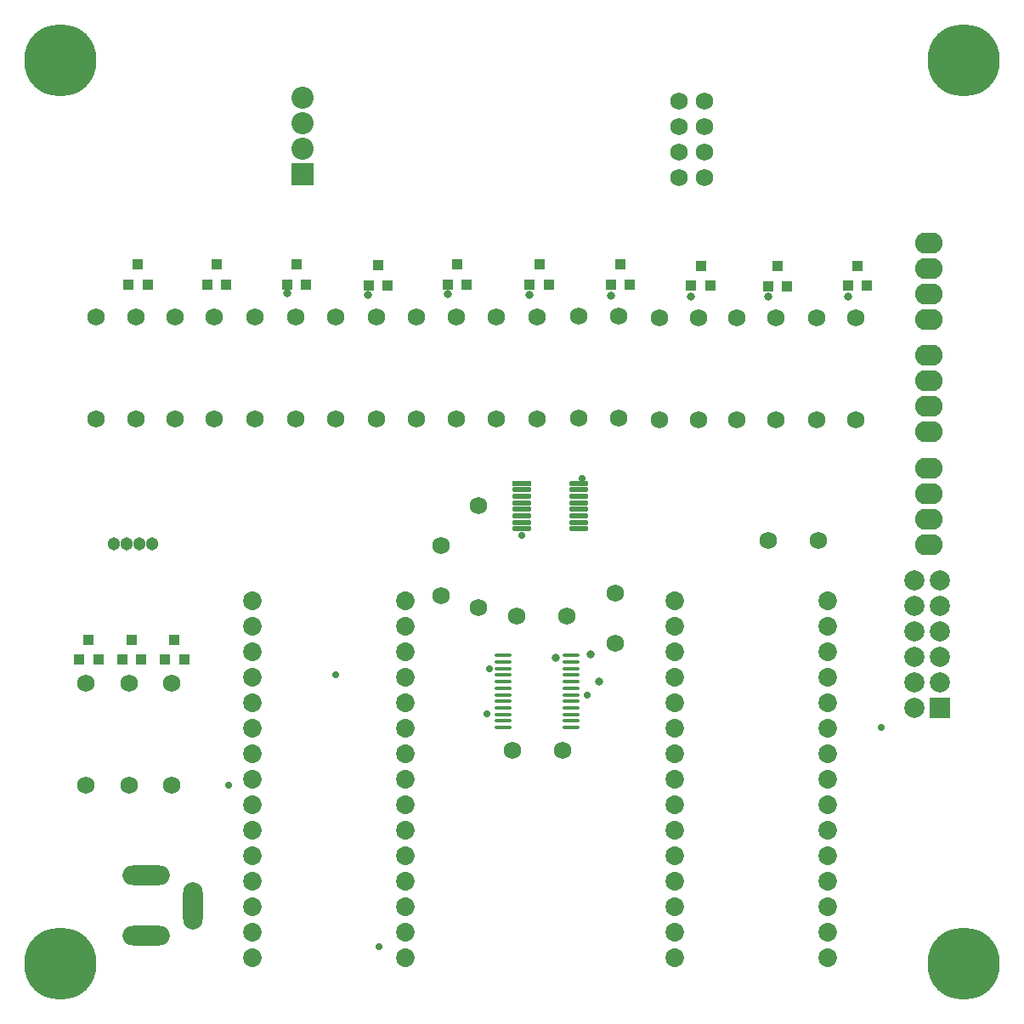
<source format=gts>
G04 Layer_Color=20142*
%FSLAX43Y43*%
%MOMM*%
G71*
G01*
G75*
%ADD11O,1.800X0.279*%
%ADD38R,1.003X1.103*%
%ADD39R,1.903X0.553*%
%ADD40O,1.903X0.553*%
%ADD41C,1.727*%
%ADD42C,1.303*%
%ADD43C,1.854*%
%ADD44O,1.953X4.703*%
%ADD45O,4.703X1.953*%
%ADD46O,2.743X2.108*%
%ADD47C,2.003*%
%ADD48R,2.003X2.003*%
%ADD49C,2.203*%
%ADD50R,2.203X2.203*%
%ADD51C,0.703*%
%ADD52C,7.203*%
%ADD53C,0.803*%
D11*
X64075Y55675D02*
D03*
Y55025D02*
D03*
Y54375D02*
D03*
Y53725D02*
D03*
Y53075D02*
D03*
Y52425D02*
D03*
Y51775D02*
D03*
Y51125D02*
D03*
Y50475D02*
D03*
Y49825D02*
D03*
Y49175D02*
D03*
Y48525D02*
D03*
X70875Y55675D02*
D03*
Y55025D02*
D03*
Y54375D02*
D03*
Y53725D02*
D03*
Y53075D02*
D03*
Y52425D02*
D03*
Y51775D02*
D03*
Y51125D02*
D03*
Y50475D02*
D03*
Y49825D02*
D03*
Y49175D02*
D03*
Y48525D02*
D03*
D38*
X26762Y92654D02*
D03*
X28662D02*
D03*
X27712Y94654D02*
D03*
X34612Y92654D02*
D03*
X36512D02*
D03*
X35562Y94654D02*
D03*
X67692Y94654D02*
D03*
X68642Y92654D02*
D03*
X66742D02*
D03*
X59539Y94629D02*
D03*
X60489Y92629D02*
D03*
X58589D02*
D03*
X50691Y92578D02*
D03*
X52591D02*
D03*
X51641Y94578D02*
D03*
X43515Y94654D02*
D03*
X42565Y92654D02*
D03*
X44465D02*
D03*
X83792Y94511D02*
D03*
X84742Y92511D02*
D03*
X82842D02*
D03*
X75757Y94636D02*
D03*
X76707Y92636D02*
D03*
X74807D02*
D03*
X90503Y92486D02*
D03*
X92403D02*
D03*
X91453Y94486D02*
D03*
X98464Y92511D02*
D03*
X100364D02*
D03*
X99414Y94511D02*
D03*
X30407Y55275D02*
D03*
X32307D02*
D03*
X31358Y57275D02*
D03*
X26132Y55275D02*
D03*
X28032D02*
D03*
X27083Y57275D02*
D03*
X21858Y55275D02*
D03*
X23757D02*
D03*
X22808Y57275D02*
D03*
D39*
X65925Y72850D02*
D03*
D40*
Y72200D02*
D03*
Y71550D02*
D03*
Y70900D02*
D03*
Y70250D02*
D03*
Y69600D02*
D03*
Y68950D02*
D03*
Y68300D02*
D03*
X71625Y72850D02*
D03*
X71625Y72200D02*
D03*
X71625Y71550D02*
D03*
Y70900D02*
D03*
Y70250D02*
D03*
Y69600D02*
D03*
Y68950D02*
D03*
Y68300D02*
D03*
D41*
X75225Y61875D02*
D03*
Y56875D02*
D03*
X65050Y46200D02*
D03*
X70050D02*
D03*
X61675Y70600D02*
D03*
Y60440D02*
D03*
X57913Y66628D02*
D03*
Y61628D02*
D03*
X31075Y52879D02*
D03*
Y42719D02*
D03*
X26800Y52879D02*
D03*
Y42719D02*
D03*
X22525Y52879D02*
D03*
Y42719D02*
D03*
X31400Y89385D02*
D03*
Y79225D02*
D03*
X35325D02*
D03*
Y89385D02*
D03*
X23550D02*
D03*
Y79225D02*
D03*
X27475D02*
D03*
Y89385D02*
D03*
X59475Y89428D02*
D03*
Y79268D02*
D03*
X63443D02*
D03*
Y89428D02*
D03*
X67452D02*
D03*
Y79268D02*
D03*
X55466Y89428D02*
D03*
Y79268D02*
D03*
X51459D02*
D03*
Y89428D02*
D03*
X47451D02*
D03*
Y79268D02*
D03*
X43392D02*
D03*
Y89428D02*
D03*
X39383D02*
D03*
Y79268D02*
D03*
X84175Y110875D02*
D03*
X81635D02*
D03*
X84175Y108335D02*
D03*
X81635D02*
D03*
X84175Y105795D02*
D03*
X81635D02*
D03*
X84175Y103255D02*
D03*
X81635D02*
D03*
X95500Y67175D02*
D03*
X90500D02*
D03*
X75570Y89486D02*
D03*
Y79326D02*
D03*
X91266Y79176D02*
D03*
Y89336D02*
D03*
X99227Y79201D02*
D03*
Y89361D02*
D03*
X83605D02*
D03*
Y79201D02*
D03*
X79698D02*
D03*
Y89361D02*
D03*
X87359Y89336D02*
D03*
Y79176D02*
D03*
X95320Y89361D02*
D03*
Y79201D02*
D03*
X71663Y89486D02*
D03*
Y79326D02*
D03*
X70450Y59650D02*
D03*
X65450D02*
D03*
D42*
X25295Y66825D02*
D03*
X26565D02*
D03*
X27835D02*
D03*
X29105D02*
D03*
D43*
X96420Y33214D02*
D03*
Y43374D02*
D03*
Y40834D02*
D03*
Y38294D02*
D03*
Y35754D02*
D03*
Y30674D02*
D03*
Y28134D02*
D03*
Y25594D02*
D03*
Y45914D02*
D03*
Y48454D02*
D03*
Y50994D02*
D03*
Y53534D02*
D03*
Y56074D02*
D03*
Y58614D02*
D03*
Y61154D02*
D03*
X81180Y25594D02*
D03*
Y28134D02*
D03*
Y30674D02*
D03*
Y33214D02*
D03*
Y35754D02*
D03*
Y38294D02*
D03*
Y40834D02*
D03*
Y43374D02*
D03*
Y45914D02*
D03*
Y48454D02*
D03*
Y50994D02*
D03*
Y53534D02*
D03*
Y56074D02*
D03*
Y58614D02*
D03*
Y61154D02*
D03*
X39155Y61129D02*
D03*
Y58589D02*
D03*
Y56049D02*
D03*
Y53509D02*
D03*
Y50969D02*
D03*
Y48429D02*
D03*
Y45889D02*
D03*
Y43349D02*
D03*
Y40809D02*
D03*
Y38269D02*
D03*
Y35729D02*
D03*
Y33189D02*
D03*
Y30649D02*
D03*
Y28109D02*
D03*
Y25569D02*
D03*
X54395Y61129D02*
D03*
Y58589D02*
D03*
Y56049D02*
D03*
Y53509D02*
D03*
Y50969D02*
D03*
Y48429D02*
D03*
Y45889D02*
D03*
Y25569D02*
D03*
Y28109D02*
D03*
Y30649D02*
D03*
Y33189D02*
D03*
Y35729D02*
D03*
Y38269D02*
D03*
Y40809D02*
D03*
Y43349D02*
D03*
D44*
X33225Y30750D02*
D03*
D45*
X28525Y33750D02*
D03*
Y27750D02*
D03*
D46*
X106550Y96785D02*
D03*
Y94245D02*
D03*
Y91705D02*
D03*
Y89165D02*
D03*
Y85585D02*
D03*
Y83045D02*
D03*
Y80505D02*
D03*
Y77965D02*
D03*
Y74360D02*
D03*
Y71820D02*
D03*
Y69280D02*
D03*
Y66740D02*
D03*
D47*
X107590Y63175D02*
D03*
Y60635D02*
D03*
Y58095D02*
D03*
Y55555D02*
D03*
Y53015D02*
D03*
X105050Y50475D02*
D03*
Y53015D02*
D03*
Y55555D02*
D03*
Y58095D02*
D03*
Y60635D02*
D03*
Y63175D02*
D03*
D48*
X107590Y50475D02*
D03*
D49*
X44150Y111270D02*
D03*
Y108730D02*
D03*
Y106190D02*
D03*
D50*
Y103650D02*
D03*
D51*
X65925Y67625D02*
D03*
X62750Y54350D02*
D03*
X72000Y73325D02*
D03*
X72479Y51753D02*
D03*
X62500Y49850D02*
D03*
X47451Y53726D02*
D03*
X51725Y26700D02*
D03*
X36756Y42719D02*
D03*
X101725Y48550D02*
D03*
D52*
X110000Y115000D02*
D03*
X20000D02*
D03*
Y25000D02*
D03*
X110000D02*
D03*
D53*
X42565Y91810D02*
D03*
X66725Y91575D02*
D03*
X58589Y91664D02*
D03*
X50625Y91600D02*
D03*
X82833Y91471D02*
D03*
X90483Y91421D02*
D03*
X98458Y91446D02*
D03*
X74807Y91557D02*
D03*
X72850Y55775D02*
D03*
X73675Y53075D02*
D03*
X69350Y55475D02*
D03*
M02*

</source>
